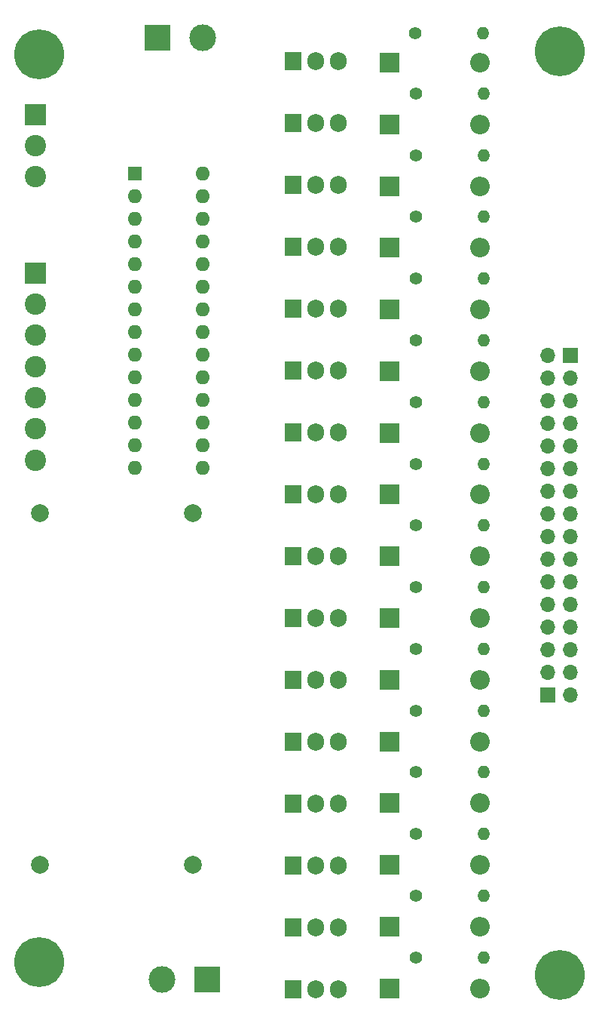
<source format=gbr>
%TF.GenerationSoftware,KiCad,Pcbnew,7.0.6*%
%TF.CreationDate,2023-08-03T15:11:44-04:00*%
%TF.ProjectId,mcp23s17_mosfet_combo,6d637032-3373-4313-975f-6d6f73666574,rev?*%
%TF.SameCoordinates,Original*%
%TF.FileFunction,Soldermask,Top*%
%TF.FilePolarity,Negative*%
%FSLAX46Y46*%
G04 Gerber Fmt 4.6, Leading zero omitted, Abs format (unit mm)*
G04 Created by KiCad (PCBNEW 7.0.6) date 2023-08-03 15:11:44*
%MOMM*%
%LPD*%
G01*
G04 APERTURE LIST*
%ADD10C,1.400000*%
%ADD11O,1.400000X1.400000*%
%ADD12R,3.000000X3.000000*%
%ADD13C,3.000000*%
%ADD14R,1.700000X1.700000*%
%ADD15O,1.700000X1.700000*%
%ADD16R,1.905000X2.000000*%
%ADD17O,1.905000X2.000000*%
%ADD18R,2.200000X2.200000*%
%ADD19O,2.200000X2.200000*%
%ADD20C,2.400000*%
%ADD21R,2.400000X2.400000*%
%ADD22C,5.600000*%
%ADD23C,2.000000*%
%ADD24R,1.600000X1.600000*%
%ADD25O,1.600000X1.600000*%
G04 APERTURE END LIST*
D10*
%TO.C,R16*%
X176276000Y-38100000D03*
D11*
X183896000Y-38100000D03*
%TD*%
D12*
%TO.C,J1*%
X147320000Y-38608000D03*
D13*
X152400000Y-38608000D03*
%TD*%
D14*
%TO.C,J5*%
X191135000Y-112395000D03*
D15*
X191135000Y-109855000D03*
X191135000Y-107315000D03*
X191135000Y-104775000D03*
X191135000Y-102235000D03*
X191135000Y-99695000D03*
X191135000Y-97155000D03*
X191135000Y-94615000D03*
X191135000Y-92075000D03*
X191135000Y-89535000D03*
X191135000Y-86995000D03*
X191135000Y-84455000D03*
X191135000Y-81915000D03*
X191135000Y-79375000D03*
X191135000Y-76835000D03*
X191135000Y-74295000D03*
%TD*%
D14*
%TO.C,J6*%
X193675000Y-74295000D03*
D15*
X193675000Y-76835000D03*
X193675000Y-79375000D03*
X193675000Y-81915000D03*
X193675000Y-84455000D03*
X193675000Y-86995000D03*
X193675000Y-89535000D03*
X193675000Y-92075000D03*
X193675000Y-94615000D03*
X193675000Y-97155000D03*
X193675000Y-99695000D03*
X193675000Y-102235000D03*
X193675000Y-104775000D03*
X193675000Y-107315000D03*
X193675000Y-109855000D03*
X193675000Y-112395000D03*
%TD*%
D10*
%TO.C,R15*%
X176295000Y-44900650D03*
D11*
X183915000Y-44900650D03*
%TD*%
D10*
%TO.C,R14*%
X176295000Y-51824198D03*
D11*
X183915000Y-51824198D03*
%TD*%
D10*
%TO.C,R13*%
X176295000Y-58747746D03*
D11*
X183915000Y-58747746D03*
%TD*%
D10*
%TO.C,R12*%
X176295000Y-65671294D03*
D11*
X183915000Y-65671294D03*
%TD*%
D10*
%TO.C,R11*%
X176295000Y-72594842D03*
D11*
X183915000Y-72594842D03*
%TD*%
D10*
%TO.C,R10*%
X176295000Y-79518390D03*
D11*
X183915000Y-79518390D03*
%TD*%
D10*
%TO.C,R9*%
X176295000Y-86441938D03*
D11*
X183915000Y-86441938D03*
%TD*%
D10*
%TO.C,R8*%
X176295000Y-93365486D03*
D11*
X183915000Y-93365486D03*
%TD*%
D10*
%TO.C,R7*%
X176295000Y-100289034D03*
D11*
X183915000Y-100289034D03*
%TD*%
D10*
%TO.C,R6*%
X176295000Y-107212582D03*
D11*
X183915000Y-107212582D03*
%TD*%
D10*
%TO.C,R5*%
X176295000Y-114136130D03*
D11*
X183915000Y-114136130D03*
%TD*%
D10*
%TO.C,R4*%
X176295000Y-121059678D03*
D11*
X183915000Y-121059678D03*
%TD*%
D10*
%TO.C,R3*%
X176295000Y-127983226D03*
D11*
X183915000Y-127983226D03*
%TD*%
D10*
%TO.C,R2*%
X176295000Y-134906774D03*
D11*
X183915000Y-134906774D03*
%TD*%
D10*
%TO.C,R1*%
X176295000Y-141830322D03*
D11*
X183915000Y-141830322D03*
%TD*%
D16*
%TO.C,Q16*%
X162560000Y-41275000D03*
D17*
X165100000Y-41275000D03*
X167640000Y-41275000D03*
%TD*%
D16*
%TO.C,Q15*%
X162560000Y-48217666D03*
D17*
X165100000Y-48217666D03*
X167640000Y-48217666D03*
%TD*%
D16*
%TO.C,Q14*%
X162560000Y-55160332D03*
D17*
X165100000Y-55160332D03*
X167640000Y-55160332D03*
%TD*%
D16*
%TO.C,Q13*%
X162560000Y-62102998D03*
D17*
X165100000Y-62102998D03*
X167640000Y-62102998D03*
%TD*%
D16*
%TO.C,Q12*%
X162560000Y-69045664D03*
D17*
X165100000Y-69045664D03*
X167640000Y-69045664D03*
%TD*%
D16*
%TO.C,Q11*%
X162560000Y-75988330D03*
D17*
X165100000Y-75988330D03*
X167640000Y-75988330D03*
%TD*%
D16*
%TO.C,Q10*%
X162560000Y-82930996D03*
D17*
X165100000Y-82930996D03*
X167640000Y-82930996D03*
%TD*%
D16*
%TO.C,Q9*%
X162560000Y-89873662D03*
D17*
X165100000Y-89873662D03*
X167640000Y-89873662D03*
%TD*%
D16*
%TO.C,Q8*%
X162560000Y-96816328D03*
D17*
X165100000Y-96816328D03*
X167640000Y-96816328D03*
%TD*%
D16*
%TO.C,Q7*%
X162560000Y-103758994D03*
D17*
X165100000Y-103758994D03*
X167640000Y-103758994D03*
%TD*%
D16*
%TO.C,Q6*%
X162560000Y-110701660D03*
D17*
X165100000Y-110701660D03*
X167640000Y-110701660D03*
%TD*%
D16*
%TO.C,Q5*%
X162560000Y-117644326D03*
D17*
X165100000Y-117644326D03*
X167640000Y-117644326D03*
%TD*%
D16*
%TO.C,Q4*%
X162560000Y-124586992D03*
D17*
X165100000Y-124586992D03*
X167640000Y-124586992D03*
%TD*%
D16*
%TO.C,Q3*%
X162560000Y-131529658D03*
D17*
X165100000Y-131529658D03*
X167640000Y-131529658D03*
%TD*%
D16*
%TO.C,Q2*%
X162560000Y-138472324D03*
D17*
X165100000Y-138472324D03*
X167640000Y-138472324D03*
%TD*%
%TO.C,Q1*%
X167640000Y-145415000D03*
X165100000Y-145415000D03*
D16*
X162560000Y-145415000D03*
%TD*%
D18*
%TO.C,D16*%
X173355000Y-41438876D03*
D19*
X183515000Y-41438876D03*
%TD*%
D18*
%TO.C,D15*%
X173355000Y-48362424D03*
D19*
X183515000Y-48362424D03*
%TD*%
D18*
%TO.C,D14*%
X173355000Y-55285972D03*
D19*
X183515000Y-55285972D03*
%TD*%
D18*
%TO.C,D13*%
X173355000Y-62209520D03*
D19*
X183515000Y-62209520D03*
%TD*%
D18*
%TO.C,D12*%
X173355000Y-69133068D03*
D19*
X183515000Y-69133068D03*
%TD*%
D18*
%TO.C,D11*%
X173355000Y-76056616D03*
D19*
X183515000Y-76056616D03*
%TD*%
D18*
%TO.C,D10*%
X173355000Y-82980164D03*
D19*
X183515000Y-82980164D03*
%TD*%
D18*
%TO.C,D9*%
X173355000Y-89903712D03*
D19*
X183515000Y-89903712D03*
%TD*%
D18*
%TO.C,D8*%
X173355000Y-96827260D03*
D19*
X183515000Y-96827260D03*
%TD*%
D18*
%TO.C,D7*%
X173355000Y-103750808D03*
D19*
X183515000Y-103750808D03*
%TD*%
D18*
%TO.C,D6*%
X173355000Y-110674356D03*
D19*
X183515000Y-110674356D03*
%TD*%
D18*
%TO.C,D5*%
X173355000Y-117597904D03*
D19*
X183515000Y-117597904D03*
%TD*%
%TO.C,D4*%
X183515000Y-124521452D03*
D18*
X173355000Y-124521452D03*
%TD*%
D19*
%TO.C,D3*%
X183515000Y-131445000D03*
D18*
X173355000Y-131445000D03*
%TD*%
D19*
%TO.C,D2*%
X183515000Y-138368548D03*
D18*
X173355000Y-138368548D03*
%TD*%
%TO.C,D1*%
X173355000Y-145292102D03*
D19*
X183515000Y-145292102D03*
%TD*%
D13*
%TO.C,J3*%
X147828000Y-144272000D03*
D12*
X152908000Y-144272000D03*
%TD*%
D20*
%TO.C,J7*%
X133604000Y-86024000D03*
X133604000Y-82524000D03*
X133604000Y-79024000D03*
X133604000Y-75524000D03*
X133604000Y-72024000D03*
X133604000Y-68524000D03*
D21*
X133604000Y-65024000D03*
%TD*%
%TO.C,J4*%
X133604000Y-47244000D03*
D20*
X133604000Y-50744000D03*
X133604000Y-54244000D03*
%TD*%
D22*
%TO.C,H1*%
X134000000Y-40538400D03*
%TD*%
D23*
%TO.C,U1*%
X134112000Y-131445000D03*
X151257000Y-131445000D03*
X151257000Y-91948000D03*
X134112000Y-91948000D03*
%TD*%
D22*
%TO.C,H3*%
X192500000Y-40182800D03*
%TD*%
D24*
%TO.C,U2*%
X144780000Y-53848000D03*
D25*
X144780000Y-56388000D03*
X144780000Y-58928000D03*
X144780000Y-61468000D03*
X144780000Y-64008000D03*
X144780000Y-66548000D03*
X144780000Y-69088000D03*
X144780000Y-71628000D03*
X144780000Y-74168000D03*
X144780000Y-76708000D03*
X144780000Y-79248000D03*
X144780000Y-81788000D03*
X144780000Y-84328000D03*
X144780000Y-86868000D03*
X152400000Y-86868000D03*
X152400000Y-84328000D03*
X152400000Y-81788000D03*
X152400000Y-79248000D03*
X152400000Y-76708000D03*
X152400000Y-74168000D03*
X152400000Y-71628000D03*
X152400000Y-69088000D03*
X152400000Y-66548000D03*
X152400000Y-64008000D03*
X152400000Y-61468000D03*
X152400000Y-58928000D03*
X152400000Y-56388000D03*
X152400000Y-53848000D03*
%TD*%
D22*
%TO.C,H4*%
X192500000Y-143764000D03*
%TD*%
%TO.C,H2*%
X134000000Y-142392400D03*
%TD*%
M02*

</source>
